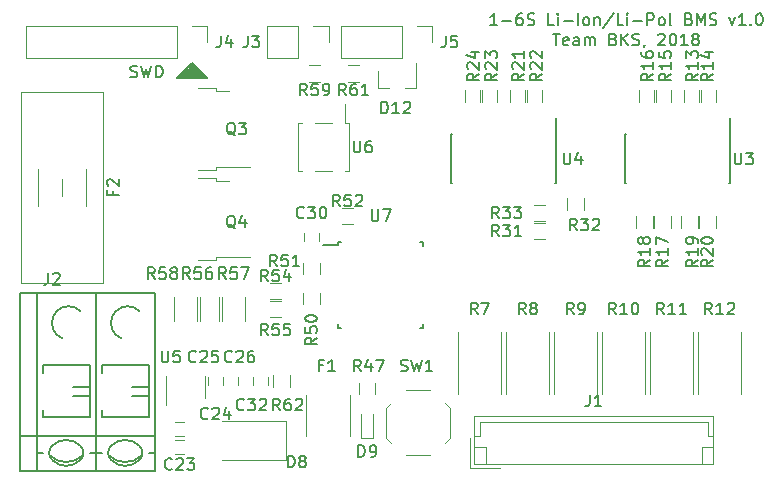
<source format=gbr>
G04 #@! TF.FileFunction,Legend,Top*
%FSLAX46Y46*%
G04 Gerber Fmt 4.6, Leading zero omitted, Abs format (unit mm)*
G04 Created by KiCad (PCBNEW 4.0.7) date 05/04/18 22:28:11*
%MOMM*%
%LPD*%
G01*
G04 APERTURE LIST*
%ADD10C,0.100000*%
%ADD11C,0.200000*%
%ADD12C,0.120000*%
%ADD13C,0.150000*%
G04 APERTURE END LIST*
D10*
D11*
X82773620Y-39480381D02*
X82202191Y-39480381D01*
X82487905Y-39480381D02*
X82487905Y-38480381D01*
X82392667Y-38623238D01*
X82297429Y-38718476D01*
X82202191Y-38766095D01*
X83202191Y-39099429D02*
X83964096Y-39099429D01*
X84868858Y-38480381D02*
X84678381Y-38480381D01*
X84583143Y-38528000D01*
X84535524Y-38575619D01*
X84440286Y-38718476D01*
X84392667Y-38908952D01*
X84392667Y-39289905D01*
X84440286Y-39385143D01*
X84487905Y-39432762D01*
X84583143Y-39480381D01*
X84773620Y-39480381D01*
X84868858Y-39432762D01*
X84916477Y-39385143D01*
X84964096Y-39289905D01*
X84964096Y-39051810D01*
X84916477Y-38956571D01*
X84868858Y-38908952D01*
X84773620Y-38861333D01*
X84583143Y-38861333D01*
X84487905Y-38908952D01*
X84440286Y-38956571D01*
X84392667Y-39051810D01*
X85345048Y-39432762D02*
X85487905Y-39480381D01*
X85726001Y-39480381D01*
X85821239Y-39432762D01*
X85868858Y-39385143D01*
X85916477Y-39289905D01*
X85916477Y-39194667D01*
X85868858Y-39099429D01*
X85821239Y-39051810D01*
X85726001Y-39004190D01*
X85535524Y-38956571D01*
X85440286Y-38908952D01*
X85392667Y-38861333D01*
X85345048Y-38766095D01*
X85345048Y-38670857D01*
X85392667Y-38575619D01*
X85440286Y-38528000D01*
X85535524Y-38480381D01*
X85773620Y-38480381D01*
X85916477Y-38528000D01*
X87583144Y-39480381D02*
X87106953Y-39480381D01*
X87106953Y-38480381D01*
X87916477Y-39480381D02*
X87916477Y-38813714D01*
X87916477Y-38480381D02*
X87868858Y-38528000D01*
X87916477Y-38575619D01*
X87964096Y-38528000D01*
X87916477Y-38480381D01*
X87916477Y-38575619D01*
X88392667Y-39099429D02*
X89154572Y-39099429D01*
X89630762Y-39480381D02*
X89630762Y-38480381D01*
X90249809Y-39480381D02*
X90154571Y-39432762D01*
X90106952Y-39385143D01*
X90059333Y-39289905D01*
X90059333Y-39004190D01*
X90106952Y-38908952D01*
X90154571Y-38861333D01*
X90249809Y-38813714D01*
X90392667Y-38813714D01*
X90487905Y-38861333D01*
X90535524Y-38908952D01*
X90583143Y-39004190D01*
X90583143Y-39289905D01*
X90535524Y-39385143D01*
X90487905Y-39432762D01*
X90392667Y-39480381D01*
X90249809Y-39480381D01*
X91011714Y-38813714D02*
X91011714Y-39480381D01*
X91011714Y-38908952D02*
X91059333Y-38861333D01*
X91154571Y-38813714D01*
X91297429Y-38813714D01*
X91392667Y-38861333D01*
X91440286Y-38956571D01*
X91440286Y-39480381D01*
X92630762Y-38432762D02*
X91773619Y-39718476D01*
X93440286Y-39480381D02*
X92964095Y-39480381D01*
X92964095Y-38480381D01*
X93773619Y-39480381D02*
X93773619Y-38813714D01*
X93773619Y-38480381D02*
X93726000Y-38528000D01*
X93773619Y-38575619D01*
X93821238Y-38528000D01*
X93773619Y-38480381D01*
X93773619Y-38575619D01*
X94249809Y-39099429D02*
X95011714Y-39099429D01*
X95487904Y-39480381D02*
X95487904Y-38480381D01*
X95868857Y-38480381D01*
X95964095Y-38528000D01*
X96011714Y-38575619D01*
X96059333Y-38670857D01*
X96059333Y-38813714D01*
X96011714Y-38908952D01*
X95964095Y-38956571D01*
X95868857Y-39004190D01*
X95487904Y-39004190D01*
X96630761Y-39480381D02*
X96535523Y-39432762D01*
X96487904Y-39385143D01*
X96440285Y-39289905D01*
X96440285Y-39004190D01*
X96487904Y-38908952D01*
X96535523Y-38861333D01*
X96630761Y-38813714D01*
X96773619Y-38813714D01*
X96868857Y-38861333D01*
X96916476Y-38908952D01*
X96964095Y-39004190D01*
X96964095Y-39289905D01*
X96916476Y-39385143D01*
X96868857Y-39432762D01*
X96773619Y-39480381D01*
X96630761Y-39480381D01*
X97535523Y-39480381D02*
X97440285Y-39432762D01*
X97392666Y-39337524D01*
X97392666Y-38480381D01*
X99011715Y-38956571D02*
X99154572Y-39004190D01*
X99202191Y-39051810D01*
X99249810Y-39147048D01*
X99249810Y-39289905D01*
X99202191Y-39385143D01*
X99154572Y-39432762D01*
X99059334Y-39480381D01*
X98678381Y-39480381D01*
X98678381Y-38480381D01*
X99011715Y-38480381D01*
X99106953Y-38528000D01*
X99154572Y-38575619D01*
X99202191Y-38670857D01*
X99202191Y-38766095D01*
X99154572Y-38861333D01*
X99106953Y-38908952D01*
X99011715Y-38956571D01*
X98678381Y-38956571D01*
X99678381Y-39480381D02*
X99678381Y-38480381D01*
X100011715Y-39194667D01*
X100345048Y-38480381D01*
X100345048Y-39480381D01*
X100773619Y-39432762D02*
X100916476Y-39480381D01*
X101154572Y-39480381D01*
X101249810Y-39432762D01*
X101297429Y-39385143D01*
X101345048Y-39289905D01*
X101345048Y-39194667D01*
X101297429Y-39099429D01*
X101249810Y-39051810D01*
X101154572Y-39004190D01*
X100964095Y-38956571D01*
X100868857Y-38908952D01*
X100821238Y-38861333D01*
X100773619Y-38766095D01*
X100773619Y-38670857D01*
X100821238Y-38575619D01*
X100868857Y-38528000D01*
X100964095Y-38480381D01*
X101202191Y-38480381D01*
X101345048Y-38528000D01*
X102440286Y-38813714D02*
X102678381Y-39480381D01*
X102916477Y-38813714D01*
X103821239Y-39480381D02*
X103249810Y-39480381D01*
X103535524Y-39480381D02*
X103535524Y-38480381D01*
X103440286Y-38623238D01*
X103345048Y-38718476D01*
X103249810Y-38766095D01*
X104249810Y-39385143D02*
X104297429Y-39432762D01*
X104249810Y-39480381D01*
X104202191Y-39432762D01*
X104249810Y-39385143D01*
X104249810Y-39480381D01*
X104916476Y-38480381D02*
X105011715Y-38480381D01*
X105106953Y-38528000D01*
X105154572Y-38575619D01*
X105202191Y-38670857D01*
X105249810Y-38861333D01*
X105249810Y-39099429D01*
X105202191Y-39289905D01*
X105154572Y-39385143D01*
X105106953Y-39432762D01*
X105011715Y-39480381D01*
X104916476Y-39480381D01*
X104821238Y-39432762D01*
X104773619Y-39385143D01*
X104726000Y-39289905D01*
X104678381Y-39099429D01*
X104678381Y-38861333D01*
X104726000Y-38670857D01*
X104773619Y-38575619D01*
X104821238Y-38528000D01*
X104916476Y-38480381D01*
X87511714Y-40180381D02*
X88083143Y-40180381D01*
X87797428Y-41180381D02*
X87797428Y-40180381D01*
X88797429Y-41132762D02*
X88702191Y-41180381D01*
X88511714Y-41180381D01*
X88416476Y-41132762D01*
X88368857Y-41037524D01*
X88368857Y-40656571D01*
X88416476Y-40561333D01*
X88511714Y-40513714D01*
X88702191Y-40513714D01*
X88797429Y-40561333D01*
X88845048Y-40656571D01*
X88845048Y-40751810D01*
X88368857Y-40847048D01*
X89702191Y-41180381D02*
X89702191Y-40656571D01*
X89654572Y-40561333D01*
X89559334Y-40513714D01*
X89368857Y-40513714D01*
X89273619Y-40561333D01*
X89702191Y-41132762D02*
X89606953Y-41180381D01*
X89368857Y-41180381D01*
X89273619Y-41132762D01*
X89226000Y-41037524D01*
X89226000Y-40942286D01*
X89273619Y-40847048D01*
X89368857Y-40799429D01*
X89606953Y-40799429D01*
X89702191Y-40751810D01*
X90178381Y-41180381D02*
X90178381Y-40513714D01*
X90178381Y-40608952D02*
X90226000Y-40561333D01*
X90321238Y-40513714D01*
X90464096Y-40513714D01*
X90559334Y-40561333D01*
X90606953Y-40656571D01*
X90606953Y-41180381D01*
X90606953Y-40656571D02*
X90654572Y-40561333D01*
X90749810Y-40513714D01*
X90892667Y-40513714D01*
X90987905Y-40561333D01*
X91035524Y-40656571D01*
X91035524Y-41180381D01*
X92606953Y-40656571D02*
X92749810Y-40704190D01*
X92797429Y-40751810D01*
X92845048Y-40847048D01*
X92845048Y-40989905D01*
X92797429Y-41085143D01*
X92749810Y-41132762D01*
X92654572Y-41180381D01*
X92273619Y-41180381D01*
X92273619Y-40180381D01*
X92606953Y-40180381D01*
X92702191Y-40228000D01*
X92749810Y-40275619D01*
X92797429Y-40370857D01*
X92797429Y-40466095D01*
X92749810Y-40561333D01*
X92702191Y-40608952D01*
X92606953Y-40656571D01*
X92273619Y-40656571D01*
X93273619Y-41180381D02*
X93273619Y-40180381D01*
X93845048Y-41180381D02*
X93416476Y-40608952D01*
X93845048Y-40180381D02*
X93273619Y-40751810D01*
X94226000Y-41132762D02*
X94368857Y-41180381D01*
X94606953Y-41180381D01*
X94702191Y-41132762D01*
X94749810Y-41085143D01*
X94797429Y-40989905D01*
X94797429Y-40894667D01*
X94749810Y-40799429D01*
X94702191Y-40751810D01*
X94606953Y-40704190D01*
X94416476Y-40656571D01*
X94321238Y-40608952D01*
X94273619Y-40561333D01*
X94226000Y-40466095D01*
X94226000Y-40370857D01*
X94273619Y-40275619D01*
X94321238Y-40228000D01*
X94416476Y-40180381D01*
X94654572Y-40180381D01*
X94797429Y-40228000D01*
X95273619Y-41132762D02*
X95273619Y-41180381D01*
X95226000Y-41275619D01*
X95178381Y-41323238D01*
X96416476Y-40275619D02*
X96464095Y-40228000D01*
X96559333Y-40180381D01*
X96797429Y-40180381D01*
X96892667Y-40228000D01*
X96940286Y-40275619D01*
X96987905Y-40370857D01*
X96987905Y-40466095D01*
X96940286Y-40608952D01*
X96368857Y-41180381D01*
X96987905Y-41180381D01*
X97606952Y-40180381D02*
X97702191Y-40180381D01*
X97797429Y-40228000D01*
X97845048Y-40275619D01*
X97892667Y-40370857D01*
X97940286Y-40561333D01*
X97940286Y-40799429D01*
X97892667Y-40989905D01*
X97845048Y-41085143D01*
X97797429Y-41132762D01*
X97702191Y-41180381D01*
X97606952Y-41180381D01*
X97511714Y-41132762D01*
X97464095Y-41085143D01*
X97416476Y-40989905D01*
X97368857Y-40799429D01*
X97368857Y-40561333D01*
X97416476Y-40370857D01*
X97464095Y-40275619D01*
X97511714Y-40228000D01*
X97606952Y-40180381D01*
X98892667Y-41180381D02*
X98321238Y-41180381D01*
X98606952Y-41180381D02*
X98606952Y-40180381D01*
X98511714Y-40323238D01*
X98416476Y-40418476D01*
X98321238Y-40466095D01*
X99464095Y-40608952D02*
X99368857Y-40561333D01*
X99321238Y-40513714D01*
X99273619Y-40418476D01*
X99273619Y-40370857D01*
X99321238Y-40275619D01*
X99368857Y-40228000D01*
X99464095Y-40180381D01*
X99654572Y-40180381D01*
X99749810Y-40228000D01*
X99797429Y-40275619D01*
X99845048Y-40370857D01*
X99845048Y-40418476D01*
X99797429Y-40513714D01*
X99749810Y-40561333D01*
X99654572Y-40608952D01*
X99464095Y-40608952D01*
X99368857Y-40656571D01*
X99321238Y-40704190D01*
X99273619Y-40799429D01*
X99273619Y-40989905D01*
X99321238Y-41085143D01*
X99368857Y-41132762D01*
X99464095Y-41180381D01*
X99654572Y-41180381D01*
X99749810Y-41132762D01*
X99797429Y-41085143D01*
X99845048Y-40989905D01*
X99845048Y-40799429D01*
X99797429Y-40704190D01*
X99749810Y-40656571D01*
X99654572Y-40608952D01*
X51728857Y-43838762D02*
X51871714Y-43886381D01*
X52109810Y-43886381D01*
X52205048Y-43838762D01*
X52252667Y-43791143D01*
X52300286Y-43695905D01*
X52300286Y-43600667D01*
X52252667Y-43505429D01*
X52205048Y-43457810D01*
X52109810Y-43410190D01*
X51919333Y-43362571D01*
X51824095Y-43314952D01*
X51776476Y-43267333D01*
X51728857Y-43172095D01*
X51728857Y-43076857D01*
X51776476Y-42981619D01*
X51824095Y-42934000D01*
X51919333Y-42886381D01*
X52157429Y-42886381D01*
X52300286Y-42934000D01*
X52633619Y-42886381D02*
X52871714Y-43886381D01*
X53062191Y-43172095D01*
X53252667Y-43886381D01*
X53490762Y-42886381D01*
X53871714Y-43886381D02*
X53871714Y-42886381D01*
X54109809Y-42886381D01*
X54252667Y-42934000D01*
X54347905Y-43029238D01*
X54395524Y-43124476D01*
X54443143Y-43314952D01*
X54443143Y-43457810D01*
X54395524Y-43648286D01*
X54347905Y-43743524D01*
X54252667Y-43838762D01*
X54109809Y-43886381D01*
X53871714Y-43886381D01*
X56642000Y-42926000D02*
X56896000Y-42926000D01*
X56134000Y-43942000D02*
X55880000Y-43688000D01*
X56388000Y-43942000D02*
X56134000Y-43942000D01*
X56134000Y-43688000D02*
X56388000Y-43942000D01*
X56134000Y-43434000D02*
X56134000Y-43688000D01*
X56642000Y-43942000D02*
X56134000Y-43434000D01*
X56896000Y-43942000D02*
X56642000Y-43942000D01*
X56388000Y-43434000D02*
X56896000Y-43942000D01*
X56642000Y-43180000D02*
X56388000Y-43434000D01*
X57404000Y-43942000D02*
X56642000Y-43180000D01*
X57150000Y-43942000D02*
X57404000Y-43942000D01*
X56388000Y-43180000D02*
X57150000Y-43942000D01*
X56642000Y-42926000D02*
X56388000Y-43180000D01*
X57658000Y-43942000D02*
X56642000Y-42926000D01*
X57912000Y-43942000D02*
X57658000Y-43942000D01*
X56896000Y-42926000D02*
X57912000Y-43942000D01*
X56896000Y-42672000D02*
X56896000Y-42926000D01*
X58166000Y-43942000D02*
X56896000Y-42672000D01*
X55626000Y-43942000D02*
X58166000Y-43942000D01*
X56896000Y-42672000D02*
X55626000Y-43942000D01*
D12*
X55530000Y-74584000D02*
X56230000Y-74584000D01*
X56230000Y-75784000D02*
X55530000Y-75784000D01*
X56230000Y-74260000D02*
X55530000Y-74260000D01*
X55530000Y-73060000D02*
X56230000Y-73060000D01*
X59528000Y-69246000D02*
X59528000Y-69946000D01*
X58328000Y-69946000D02*
X58328000Y-69246000D01*
X59598000Y-69946000D02*
X59598000Y-69246000D01*
X60798000Y-69246000D02*
X60798000Y-69946000D01*
X67656000Y-57054000D02*
X67656000Y-57754000D01*
X66456000Y-57754000D02*
X66456000Y-57054000D01*
X62138000Y-69946000D02*
X62138000Y-69246000D01*
X63338000Y-69246000D02*
X63338000Y-69946000D01*
X64868000Y-76326000D02*
X64868000Y-73026000D01*
X64868000Y-73026000D02*
X59468000Y-73026000D01*
X64868000Y-76326000D02*
X59468000Y-76326000D01*
X71255000Y-74452000D02*
X72255000Y-74452000D01*
X72255000Y-74452000D02*
X72255000Y-72352000D01*
X71255000Y-74452000D02*
X71255000Y-72352000D01*
X72715000Y-44829000D02*
X73645000Y-44829000D01*
X75875000Y-44829000D02*
X74945000Y-44829000D01*
X75875000Y-44829000D02*
X75875000Y-42669000D01*
X72715000Y-44829000D02*
X72715000Y-43369000D01*
X70333000Y-74247000D02*
X70333000Y-70787000D01*
X66573000Y-74247000D02*
X66573000Y-70787000D01*
X49395000Y-45120000D02*
X42455000Y-45120000D01*
X42455000Y-45120000D02*
X42455000Y-61320000D01*
X42455000Y-61320000D02*
X49395000Y-61320000D01*
X49395000Y-61320000D02*
X49395000Y-45120000D01*
X45925000Y-52470000D02*
X45925000Y-53970000D01*
X43925000Y-54820000D02*
X43925000Y-51620000D01*
X47925000Y-51620000D02*
X47925000Y-54820000D01*
X80789000Y-72545000D02*
X80789000Y-76645000D01*
X80789000Y-76645000D02*
X101089000Y-76645000D01*
X101089000Y-76645000D02*
X101089000Y-72545000D01*
X101089000Y-72545000D02*
X80789000Y-72545000D01*
X80789000Y-74295000D02*
X81289000Y-74295000D01*
X81289000Y-74295000D02*
X81289000Y-73045000D01*
X81289000Y-73045000D02*
X100589000Y-73045000D01*
X100589000Y-73045000D02*
X100589000Y-74295000D01*
X100589000Y-74295000D02*
X101089000Y-74295000D01*
X80789000Y-75145000D02*
X81789000Y-75145000D01*
X81789000Y-75145000D02*
X81789000Y-76645000D01*
X101089000Y-75145000D02*
X100089000Y-75145000D01*
X100089000Y-75145000D02*
X100089000Y-76645000D01*
X80489000Y-74445000D02*
X80489000Y-76945000D01*
X80489000Y-76945000D02*
X82989000Y-76945000D01*
D13*
X48835000Y-74285000D02*
X53835000Y-74285000D01*
X53834040Y-62184280D02*
X48835320Y-62184280D01*
X53834040Y-77185520D02*
X48835320Y-77185520D01*
X53834040Y-62184280D02*
X53834040Y-77185520D01*
X48835320Y-75684380D02*
X49335700Y-75684380D01*
X53834040Y-75684380D02*
X53336200Y-75684380D01*
X49284900Y-72684640D02*
X49284900Y-72085200D01*
X53285400Y-72684640D02*
X49284900Y-72684640D01*
X53285400Y-68285360D02*
X53285400Y-72684640D01*
X49284900Y-68285360D02*
X53285400Y-68285360D01*
X49284900Y-68285360D02*
X49284900Y-68884800D01*
X53285400Y-70086220D02*
X51885860Y-70086220D01*
X53285400Y-70883780D02*
X51885860Y-70883780D01*
X52485300Y-63685420D02*
G75*
G03X50483780Y-63685420I-1000760J-1000760D01*
G01*
X50486320Y-63685420D02*
G75*
G03X50483780Y-65684400I998220J-1000760D01*
G01*
X52482760Y-75087480D02*
G75*
G03X50085000Y-75087480I-1198880J-1198880D01*
G01*
X50085000Y-76286360D02*
G75*
G03X52485300Y-76283820I1198880J1201420D01*
G01*
X50085000Y-75084940D02*
G75*
G03X50085000Y-76283820I599440J-599440D01*
G01*
X52485300Y-76286360D02*
G75*
G03X52487840Y-75084940I-599440J601980D01*
G01*
X49884340Y-75887580D02*
G75*
G03X52685960Y-75885040I1399540J1402080D01*
G01*
X50186600Y-64137540D02*
G75*
G03X50935900Y-65984120I1297940J-548640D01*
G01*
X48835000Y-74285000D02*
X42335000Y-74285000D01*
X43835000Y-77185000D02*
X42335000Y-77185000D01*
X42335000Y-77185000D02*
X42335000Y-62185000D01*
X42335000Y-62185000D02*
X43835000Y-62185000D01*
X45186600Y-64137540D02*
G75*
G03X45935900Y-65984120I1297940J-548640D01*
G01*
X44884340Y-75887580D02*
G75*
G03X47685960Y-75885040I1399540J1402080D01*
G01*
X47485300Y-76286360D02*
G75*
G03X47487840Y-75084940I-599440J601980D01*
G01*
X45085000Y-75084940D02*
G75*
G03X45085000Y-76283820I599440J-599440D01*
G01*
X45085000Y-76286360D02*
G75*
G03X47485300Y-76283820I1198880J1201420D01*
G01*
X47482760Y-75087480D02*
G75*
G03X45085000Y-75087480I-1198880J-1198880D01*
G01*
X45486320Y-63685420D02*
G75*
G03X45483780Y-65684400I998220J-1000760D01*
G01*
X47485300Y-63685420D02*
G75*
G03X45483780Y-63685420I-1000760J-1000760D01*
G01*
X48285400Y-70883780D02*
X46885860Y-70883780D01*
X48285400Y-70086220D02*
X46885860Y-70086220D01*
X44284900Y-68285360D02*
X44284900Y-68884800D01*
X44284900Y-68285360D02*
X48285400Y-68285360D01*
X48285400Y-68285360D02*
X48285400Y-72684640D01*
X48285400Y-72684640D02*
X44284900Y-72684640D01*
X44284900Y-72684640D02*
X44284900Y-72085200D01*
X48834040Y-75684380D02*
X48336200Y-75684380D01*
X43835320Y-75684380D02*
X44335700Y-75684380D01*
X48834040Y-62184280D02*
X48834040Y-77185520D01*
X48834040Y-77185520D02*
X43835320Y-77185520D01*
X43835320Y-77185520D02*
X43835320Y-62184280D01*
X48834040Y-62184280D02*
X43835320Y-62184280D01*
D12*
X63313000Y-39564000D02*
X63313000Y-42224000D01*
X65913000Y-39564000D02*
X63313000Y-39564000D01*
X65913000Y-42224000D02*
X63313000Y-42224000D01*
X65913000Y-39564000D02*
X65913000Y-42224000D01*
X67183000Y-39564000D02*
X68513000Y-39564000D01*
X68513000Y-39564000D02*
X68513000Y-40894000D01*
X42866000Y-39564000D02*
X42866000Y-42224000D01*
X55626000Y-39564000D02*
X42866000Y-39564000D01*
X55626000Y-42224000D02*
X42866000Y-42224000D01*
X55626000Y-39564000D02*
X55626000Y-42224000D01*
X56896000Y-39564000D02*
X58226000Y-39564000D01*
X58226000Y-39564000D02*
X58226000Y-40894000D01*
X69536000Y-39564000D02*
X69536000Y-42224000D01*
X74676000Y-39564000D02*
X69536000Y-39564000D01*
X74676000Y-42224000D02*
X69536000Y-42224000D01*
X74676000Y-39564000D02*
X74676000Y-42224000D01*
X75946000Y-39564000D02*
X77276000Y-39564000D01*
X77276000Y-39564000D02*
X77276000Y-40894000D01*
X57485000Y-51710000D02*
X58985000Y-51710000D01*
X58985000Y-51710000D02*
X58985000Y-51440000D01*
X58985000Y-51440000D02*
X61815000Y-51440000D01*
X57485000Y-44810000D02*
X58985000Y-44810000D01*
X58985000Y-44810000D02*
X58985000Y-45080000D01*
X58985000Y-45080000D02*
X60085000Y-45080000D01*
X57485000Y-59330000D02*
X58985000Y-59330000D01*
X58985000Y-59330000D02*
X58985000Y-59060000D01*
X58985000Y-59060000D02*
X61815000Y-59060000D01*
X57485000Y-52430000D02*
X58985000Y-52430000D01*
X58985000Y-52430000D02*
X58985000Y-52700000D01*
X58985000Y-52700000D02*
X60085000Y-52700000D01*
X83100000Y-65472000D02*
X83100000Y-70672000D01*
X79460000Y-70672000D02*
X79460000Y-65472000D01*
X87164000Y-65472000D02*
X87164000Y-70672000D01*
X83524000Y-70672000D02*
X83524000Y-65472000D01*
X91228000Y-65472000D02*
X91228000Y-70672000D01*
X87588000Y-70672000D02*
X87588000Y-65472000D01*
X95292000Y-65472000D02*
X95292000Y-70672000D01*
X91652000Y-70672000D02*
X91652000Y-65472000D01*
X99356000Y-65472000D02*
X99356000Y-70672000D01*
X95716000Y-70672000D02*
X95716000Y-65472000D01*
X103420000Y-65472000D02*
X103420000Y-70672000D01*
X99780000Y-70672000D02*
X99780000Y-65472000D01*
X99994000Y-44966000D02*
X99994000Y-45966000D01*
X98634000Y-45966000D02*
X98634000Y-44966000D01*
X101264000Y-44966000D02*
X101264000Y-45966000D01*
X99904000Y-45966000D02*
X99904000Y-44966000D01*
X97454000Y-44966000D02*
X97454000Y-45966000D01*
X96094000Y-45966000D02*
X96094000Y-44966000D01*
X96184000Y-44966000D02*
X96184000Y-45966000D01*
X94824000Y-45966000D02*
X94824000Y-44966000D01*
X96094000Y-56634000D02*
X96094000Y-55634000D01*
X97454000Y-55634000D02*
X97454000Y-56634000D01*
X94570000Y-56634000D02*
X94570000Y-55634000D01*
X95930000Y-55634000D02*
X95930000Y-56634000D01*
X98380000Y-56634000D02*
X98380000Y-55634000D01*
X99740000Y-55634000D02*
X99740000Y-56634000D01*
X99904000Y-56634000D02*
X99904000Y-55634000D01*
X101264000Y-55634000D02*
X101264000Y-56634000D01*
X85262000Y-44966000D02*
X85262000Y-45966000D01*
X83902000Y-45966000D02*
X83902000Y-44966000D01*
X86532000Y-44966000D02*
X86532000Y-45966000D01*
X85172000Y-45966000D02*
X85172000Y-44966000D01*
X82722000Y-44966000D02*
X82722000Y-45966000D01*
X81362000Y-45966000D02*
X81362000Y-44966000D01*
X81452000Y-44966000D02*
X81452000Y-45966000D01*
X80092000Y-45966000D02*
X80092000Y-44966000D01*
X86860000Y-57576000D02*
X85860000Y-57576000D01*
X85860000Y-56216000D02*
X86860000Y-56216000D01*
X90088000Y-54110000D02*
X90088000Y-55110000D01*
X88728000Y-55110000D02*
X88728000Y-54110000D01*
X85860000Y-54692000D02*
X86860000Y-54692000D01*
X86860000Y-56052000D02*
X85860000Y-56052000D01*
X71075000Y-70731000D02*
X71075000Y-69731000D01*
X72435000Y-69731000D02*
X72435000Y-70731000D01*
X67736000Y-62111000D02*
X67736000Y-63111000D01*
X66376000Y-63111000D02*
X66376000Y-62111000D01*
X66376000Y-60571000D02*
X66376000Y-59571000D01*
X67736000Y-59571000D02*
X67736000Y-60571000D01*
X69604000Y-54946000D02*
X70604000Y-54946000D01*
X70604000Y-56306000D02*
X69604000Y-56306000D01*
X63508000Y-61296000D02*
X64508000Y-61296000D01*
X64508000Y-62656000D02*
X63508000Y-62656000D01*
X63508000Y-62820000D02*
X64508000Y-62820000D01*
X64508000Y-64180000D02*
X63508000Y-64180000D01*
X59490000Y-62500000D02*
X59490000Y-64500000D01*
X57350000Y-64500000D02*
X57350000Y-62500000D01*
X61395000Y-62500000D02*
X61395000Y-64500000D01*
X59255000Y-64500000D02*
X59255000Y-62500000D01*
X57585000Y-62500000D02*
X57585000Y-64500000D01*
X55445000Y-64500000D02*
X55445000Y-62500000D01*
X67810000Y-44241000D02*
X66810000Y-44241000D01*
X66810000Y-42881000D02*
X67810000Y-42881000D01*
X71112000Y-44241000D02*
X70112000Y-44241000D01*
X70112000Y-42881000D02*
X71112000Y-42881000D01*
X65196000Y-69096000D02*
X65196000Y-70096000D01*
X63836000Y-70096000D02*
X63836000Y-69096000D01*
X78373000Y-74852000D02*
X78823000Y-74402000D01*
X78373000Y-71452000D02*
X78823000Y-71902000D01*
X73773000Y-71452000D02*
X73323000Y-71902000D01*
X73773000Y-74852000D02*
X73323000Y-74402000D01*
X75073000Y-70402000D02*
X77073000Y-70402000D01*
X78823000Y-74402000D02*
X78823000Y-71902000D01*
X75073000Y-75902000D02*
X77073000Y-75902000D01*
X73323000Y-74402000D02*
X73323000Y-71902000D01*
D13*
X102494000Y-48725000D02*
X102469000Y-48725000D01*
X102494000Y-52875000D02*
X102379000Y-52875000D01*
X93594000Y-52875000D02*
X93709000Y-52875000D01*
X93594000Y-48725000D02*
X93709000Y-48725000D01*
X102494000Y-48725000D02*
X102494000Y-52875000D01*
X93594000Y-48725000D02*
X93594000Y-52875000D01*
X102469000Y-48725000D02*
X102469000Y-47350000D01*
X87762000Y-48725000D02*
X87737000Y-48725000D01*
X87762000Y-52875000D02*
X87647000Y-52875000D01*
X78862000Y-52875000D02*
X78977000Y-52875000D01*
X78862000Y-48725000D02*
X78977000Y-48725000D01*
X87762000Y-48725000D02*
X87762000Y-52875000D01*
X78862000Y-48725000D02*
X78862000Y-52875000D01*
X87737000Y-48725000D02*
X87737000Y-47350000D01*
D12*
X57998000Y-71004000D02*
X57998000Y-69204000D01*
X54778000Y-69204000D02*
X54778000Y-71654000D01*
X65922000Y-51784000D02*
X66272000Y-51784000D01*
X65922000Y-47784000D02*
X65922000Y-51784000D01*
X66272000Y-47784000D02*
X65922000Y-47784000D01*
X69872000Y-47784000D02*
X69872000Y-46184000D01*
X70222000Y-51784000D02*
X69872000Y-51784000D01*
X70222000Y-47784000D02*
X70222000Y-51784000D01*
X69872000Y-47784000D02*
X70222000Y-47784000D01*
X67322000Y-47784000D02*
X68822000Y-47784000D01*
X67322000Y-51784000D02*
X68822000Y-51784000D01*
D13*
X69273000Y-57843000D02*
X69273000Y-58068000D01*
X76523000Y-57843000D02*
X76523000Y-58143000D01*
X76523000Y-65093000D02*
X76523000Y-64793000D01*
X69273000Y-65093000D02*
X69273000Y-64793000D01*
X69273000Y-57843000D02*
X69573000Y-57843000D01*
X69273000Y-65093000D02*
X69573000Y-65093000D01*
X76523000Y-65093000D02*
X76223000Y-65093000D01*
X76523000Y-57843000D02*
X76223000Y-57843000D01*
X69273000Y-58068000D02*
X68048000Y-58068000D01*
X55237143Y-77041143D02*
X55189524Y-77088762D01*
X55046667Y-77136381D01*
X54951429Y-77136381D01*
X54808571Y-77088762D01*
X54713333Y-76993524D01*
X54665714Y-76898286D01*
X54618095Y-76707810D01*
X54618095Y-76564952D01*
X54665714Y-76374476D01*
X54713333Y-76279238D01*
X54808571Y-76184000D01*
X54951429Y-76136381D01*
X55046667Y-76136381D01*
X55189524Y-76184000D01*
X55237143Y-76231619D01*
X55618095Y-76231619D02*
X55665714Y-76184000D01*
X55760952Y-76136381D01*
X55999048Y-76136381D01*
X56094286Y-76184000D01*
X56141905Y-76231619D01*
X56189524Y-76326857D01*
X56189524Y-76422095D01*
X56141905Y-76564952D01*
X55570476Y-77136381D01*
X56189524Y-77136381D01*
X56522857Y-76136381D02*
X57141905Y-76136381D01*
X56808571Y-76517333D01*
X56951429Y-76517333D01*
X57046667Y-76564952D01*
X57094286Y-76612571D01*
X57141905Y-76707810D01*
X57141905Y-76945905D01*
X57094286Y-77041143D01*
X57046667Y-77088762D01*
X56951429Y-77136381D01*
X56665714Y-77136381D01*
X56570476Y-77088762D01*
X56522857Y-77041143D01*
X58285143Y-72747143D02*
X58237524Y-72794762D01*
X58094667Y-72842381D01*
X57999429Y-72842381D01*
X57856571Y-72794762D01*
X57761333Y-72699524D01*
X57713714Y-72604286D01*
X57666095Y-72413810D01*
X57666095Y-72270952D01*
X57713714Y-72080476D01*
X57761333Y-71985238D01*
X57856571Y-71890000D01*
X57999429Y-71842381D01*
X58094667Y-71842381D01*
X58237524Y-71890000D01*
X58285143Y-71937619D01*
X58666095Y-71937619D02*
X58713714Y-71890000D01*
X58808952Y-71842381D01*
X59047048Y-71842381D01*
X59142286Y-71890000D01*
X59189905Y-71937619D01*
X59237524Y-72032857D01*
X59237524Y-72128095D01*
X59189905Y-72270952D01*
X58618476Y-72842381D01*
X59237524Y-72842381D01*
X60094667Y-72175714D02*
X60094667Y-72842381D01*
X59856571Y-71794762D02*
X59618476Y-72509048D01*
X60237524Y-72509048D01*
X57269143Y-67921143D02*
X57221524Y-67968762D01*
X57078667Y-68016381D01*
X56983429Y-68016381D01*
X56840571Y-67968762D01*
X56745333Y-67873524D01*
X56697714Y-67778286D01*
X56650095Y-67587810D01*
X56650095Y-67444952D01*
X56697714Y-67254476D01*
X56745333Y-67159238D01*
X56840571Y-67064000D01*
X56983429Y-67016381D01*
X57078667Y-67016381D01*
X57221524Y-67064000D01*
X57269143Y-67111619D01*
X57650095Y-67111619D02*
X57697714Y-67064000D01*
X57792952Y-67016381D01*
X58031048Y-67016381D01*
X58126286Y-67064000D01*
X58173905Y-67111619D01*
X58221524Y-67206857D01*
X58221524Y-67302095D01*
X58173905Y-67444952D01*
X57602476Y-68016381D01*
X58221524Y-68016381D01*
X59126286Y-67016381D02*
X58650095Y-67016381D01*
X58602476Y-67492571D01*
X58650095Y-67444952D01*
X58745333Y-67397333D01*
X58983429Y-67397333D01*
X59078667Y-67444952D01*
X59126286Y-67492571D01*
X59173905Y-67587810D01*
X59173905Y-67825905D01*
X59126286Y-67921143D01*
X59078667Y-67968762D01*
X58983429Y-68016381D01*
X58745333Y-68016381D01*
X58650095Y-67968762D01*
X58602476Y-67921143D01*
X60317143Y-67921143D02*
X60269524Y-67968762D01*
X60126667Y-68016381D01*
X60031429Y-68016381D01*
X59888571Y-67968762D01*
X59793333Y-67873524D01*
X59745714Y-67778286D01*
X59698095Y-67587810D01*
X59698095Y-67444952D01*
X59745714Y-67254476D01*
X59793333Y-67159238D01*
X59888571Y-67064000D01*
X60031429Y-67016381D01*
X60126667Y-67016381D01*
X60269524Y-67064000D01*
X60317143Y-67111619D01*
X60698095Y-67111619D02*
X60745714Y-67064000D01*
X60840952Y-67016381D01*
X61079048Y-67016381D01*
X61174286Y-67064000D01*
X61221905Y-67111619D01*
X61269524Y-67206857D01*
X61269524Y-67302095D01*
X61221905Y-67444952D01*
X60650476Y-68016381D01*
X61269524Y-68016381D01*
X62126667Y-67016381D02*
X61936190Y-67016381D01*
X61840952Y-67064000D01*
X61793333Y-67111619D01*
X61698095Y-67254476D01*
X61650476Y-67444952D01*
X61650476Y-67825905D01*
X61698095Y-67921143D01*
X61745714Y-67968762D01*
X61840952Y-68016381D01*
X62031429Y-68016381D01*
X62126667Y-67968762D01*
X62174286Y-67921143D01*
X62221905Y-67825905D01*
X62221905Y-67587810D01*
X62174286Y-67492571D01*
X62126667Y-67444952D01*
X62031429Y-67397333D01*
X61840952Y-67397333D01*
X61745714Y-67444952D01*
X61698095Y-67492571D01*
X61650476Y-67587810D01*
X66413143Y-55729143D02*
X66365524Y-55776762D01*
X66222667Y-55824381D01*
X66127429Y-55824381D01*
X65984571Y-55776762D01*
X65889333Y-55681524D01*
X65841714Y-55586286D01*
X65794095Y-55395810D01*
X65794095Y-55252952D01*
X65841714Y-55062476D01*
X65889333Y-54967238D01*
X65984571Y-54872000D01*
X66127429Y-54824381D01*
X66222667Y-54824381D01*
X66365524Y-54872000D01*
X66413143Y-54919619D01*
X66746476Y-54824381D02*
X67365524Y-54824381D01*
X67032190Y-55205333D01*
X67175048Y-55205333D01*
X67270286Y-55252952D01*
X67317905Y-55300571D01*
X67365524Y-55395810D01*
X67365524Y-55633905D01*
X67317905Y-55729143D01*
X67270286Y-55776762D01*
X67175048Y-55824381D01*
X66889333Y-55824381D01*
X66794095Y-55776762D01*
X66746476Y-55729143D01*
X67984571Y-54824381D02*
X68079810Y-54824381D01*
X68175048Y-54872000D01*
X68222667Y-54919619D01*
X68270286Y-55014857D01*
X68317905Y-55205333D01*
X68317905Y-55443429D01*
X68270286Y-55633905D01*
X68222667Y-55729143D01*
X68175048Y-55776762D01*
X68079810Y-55824381D01*
X67984571Y-55824381D01*
X67889333Y-55776762D01*
X67841714Y-55729143D01*
X67794095Y-55633905D01*
X67746476Y-55443429D01*
X67746476Y-55205333D01*
X67794095Y-55014857D01*
X67841714Y-54919619D01*
X67889333Y-54872000D01*
X67984571Y-54824381D01*
X61333143Y-71985143D02*
X61285524Y-72032762D01*
X61142667Y-72080381D01*
X61047429Y-72080381D01*
X60904571Y-72032762D01*
X60809333Y-71937524D01*
X60761714Y-71842286D01*
X60714095Y-71651810D01*
X60714095Y-71508952D01*
X60761714Y-71318476D01*
X60809333Y-71223238D01*
X60904571Y-71128000D01*
X61047429Y-71080381D01*
X61142667Y-71080381D01*
X61285524Y-71128000D01*
X61333143Y-71175619D01*
X61666476Y-71080381D02*
X62285524Y-71080381D01*
X61952190Y-71461333D01*
X62095048Y-71461333D01*
X62190286Y-71508952D01*
X62237905Y-71556571D01*
X62285524Y-71651810D01*
X62285524Y-71889905D01*
X62237905Y-71985143D01*
X62190286Y-72032762D01*
X62095048Y-72080381D01*
X61809333Y-72080381D01*
X61714095Y-72032762D01*
X61666476Y-71985143D01*
X62666476Y-71175619D02*
X62714095Y-71128000D01*
X62809333Y-71080381D01*
X63047429Y-71080381D01*
X63142667Y-71128000D01*
X63190286Y-71175619D01*
X63237905Y-71270857D01*
X63237905Y-71366095D01*
X63190286Y-71508952D01*
X62618857Y-72080381D01*
X63237905Y-72080381D01*
X65047905Y-76906381D02*
X65047905Y-75906381D01*
X65286000Y-75906381D01*
X65428858Y-75954000D01*
X65524096Y-76049238D01*
X65571715Y-76144476D01*
X65619334Y-76334952D01*
X65619334Y-76477810D01*
X65571715Y-76668286D01*
X65524096Y-76763524D01*
X65428858Y-76858762D01*
X65286000Y-76906381D01*
X65047905Y-76906381D01*
X66190762Y-76334952D02*
X66095524Y-76287333D01*
X66047905Y-76239714D01*
X66000286Y-76144476D01*
X66000286Y-76096857D01*
X66047905Y-76001619D01*
X66095524Y-75954000D01*
X66190762Y-75906381D01*
X66381239Y-75906381D01*
X66476477Y-75954000D01*
X66524096Y-76001619D01*
X66571715Y-76096857D01*
X66571715Y-76144476D01*
X66524096Y-76239714D01*
X66476477Y-76287333D01*
X66381239Y-76334952D01*
X66190762Y-76334952D01*
X66095524Y-76382571D01*
X66047905Y-76430190D01*
X66000286Y-76525429D01*
X66000286Y-76715905D01*
X66047905Y-76811143D01*
X66095524Y-76858762D01*
X66190762Y-76906381D01*
X66381239Y-76906381D01*
X66476477Y-76858762D01*
X66524096Y-76811143D01*
X66571715Y-76715905D01*
X66571715Y-76525429D01*
X66524096Y-76430190D01*
X66476477Y-76382571D01*
X66381239Y-76334952D01*
X71016905Y-76017381D02*
X71016905Y-75017381D01*
X71255000Y-75017381D01*
X71397858Y-75065000D01*
X71493096Y-75160238D01*
X71540715Y-75255476D01*
X71588334Y-75445952D01*
X71588334Y-75588810D01*
X71540715Y-75779286D01*
X71493096Y-75874524D01*
X71397858Y-75969762D01*
X71255000Y-76017381D01*
X71016905Y-76017381D01*
X72064524Y-76017381D02*
X72255000Y-76017381D01*
X72350239Y-75969762D01*
X72397858Y-75922143D01*
X72493096Y-75779286D01*
X72540715Y-75588810D01*
X72540715Y-75207857D01*
X72493096Y-75112619D01*
X72445477Y-75065000D01*
X72350239Y-75017381D01*
X72159762Y-75017381D01*
X72064524Y-75065000D01*
X72016905Y-75112619D01*
X71969286Y-75207857D01*
X71969286Y-75445952D01*
X72016905Y-75541190D01*
X72064524Y-75588810D01*
X72159762Y-75636429D01*
X72350239Y-75636429D01*
X72445477Y-75588810D01*
X72493096Y-75541190D01*
X72540715Y-75445952D01*
X72953714Y-46934381D02*
X72953714Y-45934381D01*
X73191809Y-45934381D01*
X73334667Y-45982000D01*
X73429905Y-46077238D01*
X73477524Y-46172476D01*
X73525143Y-46362952D01*
X73525143Y-46505810D01*
X73477524Y-46696286D01*
X73429905Y-46791524D01*
X73334667Y-46886762D01*
X73191809Y-46934381D01*
X72953714Y-46934381D01*
X74477524Y-46934381D02*
X73906095Y-46934381D01*
X74191809Y-46934381D02*
X74191809Y-45934381D01*
X74096571Y-46077238D01*
X74001333Y-46172476D01*
X73906095Y-46220095D01*
X74858476Y-46029619D02*
X74906095Y-45982000D01*
X75001333Y-45934381D01*
X75239429Y-45934381D01*
X75334667Y-45982000D01*
X75382286Y-46029619D01*
X75429905Y-46124857D01*
X75429905Y-46220095D01*
X75382286Y-46362952D01*
X74810857Y-46934381D01*
X75429905Y-46934381D01*
X67992667Y-68254571D02*
X67659333Y-68254571D01*
X67659333Y-68778381D02*
X67659333Y-67778381D01*
X68135524Y-67778381D01*
X69040286Y-68778381D02*
X68468857Y-68778381D01*
X68754571Y-68778381D02*
X68754571Y-67778381D01*
X68659333Y-67921238D01*
X68564095Y-68016476D01*
X68468857Y-68064095D01*
X50223571Y-53553333D02*
X50223571Y-53886667D01*
X50747381Y-53886667D02*
X49747381Y-53886667D01*
X49747381Y-53410476D01*
X49842619Y-53077143D02*
X49795000Y-53029524D01*
X49747381Y-52934286D01*
X49747381Y-52696190D01*
X49795000Y-52600952D01*
X49842619Y-52553333D01*
X49937857Y-52505714D01*
X50033095Y-52505714D01*
X50175952Y-52553333D01*
X50747381Y-53124762D01*
X50747381Y-52505714D01*
X90605667Y-70747381D02*
X90605667Y-71461667D01*
X90558047Y-71604524D01*
X90462809Y-71699762D01*
X90319952Y-71747381D01*
X90224714Y-71747381D01*
X91605667Y-71747381D02*
X91034238Y-71747381D01*
X91319952Y-71747381D02*
X91319952Y-70747381D01*
X91224714Y-70890238D01*
X91129476Y-70985476D01*
X91034238Y-71033095D01*
X44751667Y-60437381D02*
X44751667Y-61151667D01*
X44704047Y-61294524D01*
X44608809Y-61389762D01*
X44465952Y-61437381D01*
X44370714Y-61437381D01*
X45180238Y-60532619D02*
X45227857Y-60485000D01*
X45323095Y-60437381D01*
X45561191Y-60437381D01*
X45656429Y-60485000D01*
X45704048Y-60532619D01*
X45751667Y-60627857D01*
X45751667Y-60723095D01*
X45704048Y-60865952D01*
X45132619Y-61437381D01*
X45751667Y-61437381D01*
X61642667Y-40346381D02*
X61642667Y-41060667D01*
X61595047Y-41203524D01*
X61499809Y-41298762D01*
X61356952Y-41346381D01*
X61261714Y-41346381D01*
X62023619Y-40346381D02*
X62642667Y-40346381D01*
X62309333Y-40727333D01*
X62452191Y-40727333D01*
X62547429Y-40774952D01*
X62595048Y-40822571D01*
X62642667Y-40917810D01*
X62642667Y-41155905D01*
X62595048Y-41251143D01*
X62547429Y-41298762D01*
X62452191Y-41346381D01*
X62166476Y-41346381D01*
X62071238Y-41298762D01*
X62023619Y-41251143D01*
X59356667Y-40346381D02*
X59356667Y-41060667D01*
X59309047Y-41203524D01*
X59213809Y-41298762D01*
X59070952Y-41346381D01*
X58975714Y-41346381D01*
X60261429Y-40679714D02*
X60261429Y-41346381D01*
X60023333Y-40298762D02*
X59785238Y-41013048D01*
X60404286Y-41013048D01*
X78406667Y-40346381D02*
X78406667Y-41060667D01*
X78359047Y-41203524D01*
X78263809Y-41298762D01*
X78120952Y-41346381D01*
X78025714Y-41346381D01*
X79359048Y-40346381D02*
X78882857Y-40346381D01*
X78835238Y-40822571D01*
X78882857Y-40774952D01*
X78978095Y-40727333D01*
X79216191Y-40727333D01*
X79311429Y-40774952D01*
X79359048Y-40822571D01*
X79406667Y-40917810D01*
X79406667Y-41155905D01*
X79359048Y-41251143D01*
X79311429Y-41298762D01*
X79216191Y-41346381D01*
X78978095Y-41346381D01*
X78882857Y-41298762D01*
X78835238Y-41251143D01*
X60610762Y-48807619D02*
X60515524Y-48760000D01*
X60420286Y-48664762D01*
X60277429Y-48521905D01*
X60182190Y-48474286D01*
X60086952Y-48474286D01*
X60134571Y-48712381D02*
X60039333Y-48664762D01*
X59944095Y-48569524D01*
X59896476Y-48379048D01*
X59896476Y-48045714D01*
X59944095Y-47855238D01*
X60039333Y-47760000D01*
X60134571Y-47712381D01*
X60325048Y-47712381D01*
X60420286Y-47760000D01*
X60515524Y-47855238D01*
X60563143Y-48045714D01*
X60563143Y-48379048D01*
X60515524Y-48569524D01*
X60420286Y-48664762D01*
X60325048Y-48712381D01*
X60134571Y-48712381D01*
X60896476Y-47712381D02*
X61515524Y-47712381D01*
X61182190Y-48093333D01*
X61325048Y-48093333D01*
X61420286Y-48140952D01*
X61467905Y-48188571D01*
X61515524Y-48283810D01*
X61515524Y-48521905D01*
X61467905Y-48617143D01*
X61420286Y-48664762D01*
X61325048Y-48712381D01*
X61039333Y-48712381D01*
X60944095Y-48664762D01*
X60896476Y-48617143D01*
X60610762Y-56681619D02*
X60515524Y-56634000D01*
X60420286Y-56538762D01*
X60277429Y-56395905D01*
X60182190Y-56348286D01*
X60086952Y-56348286D01*
X60134571Y-56586381D02*
X60039333Y-56538762D01*
X59944095Y-56443524D01*
X59896476Y-56253048D01*
X59896476Y-55919714D01*
X59944095Y-55729238D01*
X60039333Y-55634000D01*
X60134571Y-55586381D01*
X60325048Y-55586381D01*
X60420286Y-55634000D01*
X60515524Y-55729238D01*
X60563143Y-55919714D01*
X60563143Y-56253048D01*
X60515524Y-56443524D01*
X60420286Y-56538762D01*
X60325048Y-56586381D01*
X60134571Y-56586381D01*
X61420286Y-55919714D02*
X61420286Y-56586381D01*
X61182190Y-55538762D02*
X60944095Y-56253048D01*
X61563143Y-56253048D01*
X81113334Y-63952381D02*
X80780000Y-63476190D01*
X80541905Y-63952381D02*
X80541905Y-62952381D01*
X80922858Y-62952381D01*
X81018096Y-63000000D01*
X81065715Y-63047619D01*
X81113334Y-63142857D01*
X81113334Y-63285714D01*
X81065715Y-63380952D01*
X81018096Y-63428571D01*
X80922858Y-63476190D01*
X80541905Y-63476190D01*
X81446667Y-62952381D02*
X82113334Y-62952381D01*
X81684762Y-63952381D01*
X85177334Y-63952381D02*
X84844000Y-63476190D01*
X84605905Y-63952381D02*
X84605905Y-62952381D01*
X84986858Y-62952381D01*
X85082096Y-63000000D01*
X85129715Y-63047619D01*
X85177334Y-63142857D01*
X85177334Y-63285714D01*
X85129715Y-63380952D01*
X85082096Y-63428571D01*
X84986858Y-63476190D01*
X84605905Y-63476190D01*
X85748762Y-63380952D02*
X85653524Y-63333333D01*
X85605905Y-63285714D01*
X85558286Y-63190476D01*
X85558286Y-63142857D01*
X85605905Y-63047619D01*
X85653524Y-63000000D01*
X85748762Y-62952381D01*
X85939239Y-62952381D01*
X86034477Y-63000000D01*
X86082096Y-63047619D01*
X86129715Y-63142857D01*
X86129715Y-63190476D01*
X86082096Y-63285714D01*
X86034477Y-63333333D01*
X85939239Y-63380952D01*
X85748762Y-63380952D01*
X85653524Y-63428571D01*
X85605905Y-63476190D01*
X85558286Y-63571429D01*
X85558286Y-63761905D01*
X85605905Y-63857143D01*
X85653524Y-63904762D01*
X85748762Y-63952381D01*
X85939239Y-63952381D01*
X86034477Y-63904762D01*
X86082096Y-63857143D01*
X86129715Y-63761905D01*
X86129715Y-63571429D01*
X86082096Y-63476190D01*
X86034477Y-63428571D01*
X85939239Y-63380952D01*
X89241334Y-63952381D02*
X88908000Y-63476190D01*
X88669905Y-63952381D02*
X88669905Y-62952381D01*
X89050858Y-62952381D01*
X89146096Y-63000000D01*
X89193715Y-63047619D01*
X89241334Y-63142857D01*
X89241334Y-63285714D01*
X89193715Y-63380952D01*
X89146096Y-63428571D01*
X89050858Y-63476190D01*
X88669905Y-63476190D01*
X89717524Y-63952381D02*
X89908000Y-63952381D01*
X90003239Y-63904762D01*
X90050858Y-63857143D01*
X90146096Y-63714286D01*
X90193715Y-63523810D01*
X90193715Y-63142857D01*
X90146096Y-63047619D01*
X90098477Y-63000000D01*
X90003239Y-62952381D01*
X89812762Y-62952381D01*
X89717524Y-63000000D01*
X89669905Y-63047619D01*
X89622286Y-63142857D01*
X89622286Y-63380952D01*
X89669905Y-63476190D01*
X89717524Y-63523810D01*
X89812762Y-63571429D01*
X90003239Y-63571429D01*
X90098477Y-63523810D01*
X90146096Y-63476190D01*
X90193715Y-63380952D01*
X92829143Y-63952381D02*
X92495809Y-63476190D01*
X92257714Y-63952381D02*
X92257714Y-62952381D01*
X92638667Y-62952381D01*
X92733905Y-63000000D01*
X92781524Y-63047619D01*
X92829143Y-63142857D01*
X92829143Y-63285714D01*
X92781524Y-63380952D01*
X92733905Y-63428571D01*
X92638667Y-63476190D01*
X92257714Y-63476190D01*
X93781524Y-63952381D02*
X93210095Y-63952381D01*
X93495809Y-63952381D02*
X93495809Y-62952381D01*
X93400571Y-63095238D01*
X93305333Y-63190476D01*
X93210095Y-63238095D01*
X94400571Y-62952381D02*
X94495810Y-62952381D01*
X94591048Y-63000000D01*
X94638667Y-63047619D01*
X94686286Y-63142857D01*
X94733905Y-63333333D01*
X94733905Y-63571429D01*
X94686286Y-63761905D01*
X94638667Y-63857143D01*
X94591048Y-63904762D01*
X94495810Y-63952381D01*
X94400571Y-63952381D01*
X94305333Y-63904762D01*
X94257714Y-63857143D01*
X94210095Y-63761905D01*
X94162476Y-63571429D01*
X94162476Y-63333333D01*
X94210095Y-63142857D01*
X94257714Y-63047619D01*
X94305333Y-63000000D01*
X94400571Y-62952381D01*
X96893143Y-63952381D02*
X96559809Y-63476190D01*
X96321714Y-63952381D02*
X96321714Y-62952381D01*
X96702667Y-62952381D01*
X96797905Y-63000000D01*
X96845524Y-63047619D01*
X96893143Y-63142857D01*
X96893143Y-63285714D01*
X96845524Y-63380952D01*
X96797905Y-63428571D01*
X96702667Y-63476190D01*
X96321714Y-63476190D01*
X97845524Y-63952381D02*
X97274095Y-63952381D01*
X97559809Y-63952381D02*
X97559809Y-62952381D01*
X97464571Y-63095238D01*
X97369333Y-63190476D01*
X97274095Y-63238095D01*
X98797905Y-63952381D02*
X98226476Y-63952381D01*
X98512190Y-63952381D02*
X98512190Y-62952381D01*
X98416952Y-63095238D01*
X98321714Y-63190476D01*
X98226476Y-63238095D01*
X100957143Y-63952381D02*
X100623809Y-63476190D01*
X100385714Y-63952381D02*
X100385714Y-62952381D01*
X100766667Y-62952381D01*
X100861905Y-63000000D01*
X100909524Y-63047619D01*
X100957143Y-63142857D01*
X100957143Y-63285714D01*
X100909524Y-63380952D01*
X100861905Y-63428571D01*
X100766667Y-63476190D01*
X100385714Y-63476190D01*
X101909524Y-63952381D02*
X101338095Y-63952381D01*
X101623809Y-63952381D02*
X101623809Y-62952381D01*
X101528571Y-63095238D01*
X101433333Y-63190476D01*
X101338095Y-63238095D01*
X102290476Y-63047619D02*
X102338095Y-63000000D01*
X102433333Y-62952381D01*
X102671429Y-62952381D01*
X102766667Y-63000000D01*
X102814286Y-63047619D01*
X102861905Y-63142857D01*
X102861905Y-63238095D01*
X102814286Y-63380952D01*
X102242857Y-63952381D01*
X102861905Y-63952381D01*
X99766381Y-43568857D02*
X99290190Y-43902191D01*
X99766381Y-44140286D02*
X98766381Y-44140286D01*
X98766381Y-43759333D01*
X98814000Y-43664095D01*
X98861619Y-43616476D01*
X98956857Y-43568857D01*
X99099714Y-43568857D01*
X99194952Y-43616476D01*
X99242571Y-43664095D01*
X99290190Y-43759333D01*
X99290190Y-44140286D01*
X99766381Y-42616476D02*
X99766381Y-43187905D01*
X99766381Y-42902191D02*
X98766381Y-42902191D01*
X98909238Y-42997429D01*
X99004476Y-43092667D01*
X99052095Y-43187905D01*
X98766381Y-42283143D02*
X98766381Y-41664095D01*
X99147333Y-41997429D01*
X99147333Y-41854571D01*
X99194952Y-41759333D01*
X99242571Y-41711714D01*
X99337810Y-41664095D01*
X99575905Y-41664095D01*
X99671143Y-41711714D01*
X99718762Y-41759333D01*
X99766381Y-41854571D01*
X99766381Y-42140286D01*
X99718762Y-42235524D01*
X99671143Y-42283143D01*
X101036381Y-43568857D02*
X100560190Y-43902191D01*
X101036381Y-44140286D02*
X100036381Y-44140286D01*
X100036381Y-43759333D01*
X100084000Y-43664095D01*
X100131619Y-43616476D01*
X100226857Y-43568857D01*
X100369714Y-43568857D01*
X100464952Y-43616476D01*
X100512571Y-43664095D01*
X100560190Y-43759333D01*
X100560190Y-44140286D01*
X101036381Y-42616476D02*
X101036381Y-43187905D01*
X101036381Y-42902191D02*
X100036381Y-42902191D01*
X100179238Y-42997429D01*
X100274476Y-43092667D01*
X100322095Y-43187905D01*
X100369714Y-41759333D02*
X101036381Y-41759333D01*
X99988762Y-41997429D02*
X100703048Y-42235524D01*
X100703048Y-41616476D01*
X97480381Y-43568857D02*
X97004190Y-43902191D01*
X97480381Y-44140286D02*
X96480381Y-44140286D01*
X96480381Y-43759333D01*
X96528000Y-43664095D01*
X96575619Y-43616476D01*
X96670857Y-43568857D01*
X96813714Y-43568857D01*
X96908952Y-43616476D01*
X96956571Y-43664095D01*
X97004190Y-43759333D01*
X97004190Y-44140286D01*
X97480381Y-42616476D02*
X97480381Y-43187905D01*
X97480381Y-42902191D02*
X96480381Y-42902191D01*
X96623238Y-42997429D01*
X96718476Y-43092667D01*
X96766095Y-43187905D01*
X96480381Y-41711714D02*
X96480381Y-42187905D01*
X96956571Y-42235524D01*
X96908952Y-42187905D01*
X96861333Y-42092667D01*
X96861333Y-41854571D01*
X96908952Y-41759333D01*
X96956571Y-41711714D01*
X97051810Y-41664095D01*
X97289905Y-41664095D01*
X97385143Y-41711714D01*
X97432762Y-41759333D01*
X97480381Y-41854571D01*
X97480381Y-42092667D01*
X97432762Y-42187905D01*
X97385143Y-42235524D01*
X95956381Y-43568857D02*
X95480190Y-43902191D01*
X95956381Y-44140286D02*
X94956381Y-44140286D01*
X94956381Y-43759333D01*
X95004000Y-43664095D01*
X95051619Y-43616476D01*
X95146857Y-43568857D01*
X95289714Y-43568857D01*
X95384952Y-43616476D01*
X95432571Y-43664095D01*
X95480190Y-43759333D01*
X95480190Y-44140286D01*
X95956381Y-42616476D02*
X95956381Y-43187905D01*
X95956381Y-42902191D02*
X94956381Y-42902191D01*
X95099238Y-42997429D01*
X95194476Y-43092667D01*
X95242095Y-43187905D01*
X94956381Y-41759333D02*
X94956381Y-41949810D01*
X95004000Y-42045048D01*
X95051619Y-42092667D01*
X95194476Y-42187905D01*
X95384952Y-42235524D01*
X95765905Y-42235524D01*
X95861143Y-42187905D01*
X95908762Y-42140286D01*
X95956381Y-42045048D01*
X95956381Y-41854571D01*
X95908762Y-41759333D01*
X95861143Y-41711714D01*
X95765905Y-41664095D01*
X95527810Y-41664095D01*
X95432571Y-41711714D01*
X95384952Y-41759333D01*
X95337333Y-41854571D01*
X95337333Y-42045048D01*
X95384952Y-42140286D01*
X95432571Y-42187905D01*
X95527810Y-42235524D01*
X97226381Y-59316857D02*
X96750190Y-59650191D01*
X97226381Y-59888286D02*
X96226381Y-59888286D01*
X96226381Y-59507333D01*
X96274000Y-59412095D01*
X96321619Y-59364476D01*
X96416857Y-59316857D01*
X96559714Y-59316857D01*
X96654952Y-59364476D01*
X96702571Y-59412095D01*
X96750190Y-59507333D01*
X96750190Y-59888286D01*
X97226381Y-58364476D02*
X97226381Y-58935905D01*
X97226381Y-58650191D02*
X96226381Y-58650191D01*
X96369238Y-58745429D01*
X96464476Y-58840667D01*
X96512095Y-58935905D01*
X96226381Y-58031143D02*
X96226381Y-57364476D01*
X97226381Y-57793048D01*
X95702381Y-59316857D02*
X95226190Y-59650191D01*
X95702381Y-59888286D02*
X94702381Y-59888286D01*
X94702381Y-59507333D01*
X94750000Y-59412095D01*
X94797619Y-59364476D01*
X94892857Y-59316857D01*
X95035714Y-59316857D01*
X95130952Y-59364476D01*
X95178571Y-59412095D01*
X95226190Y-59507333D01*
X95226190Y-59888286D01*
X95702381Y-58364476D02*
X95702381Y-58935905D01*
X95702381Y-58650191D02*
X94702381Y-58650191D01*
X94845238Y-58745429D01*
X94940476Y-58840667D01*
X94988095Y-58935905D01*
X95130952Y-57793048D02*
X95083333Y-57888286D01*
X95035714Y-57935905D01*
X94940476Y-57983524D01*
X94892857Y-57983524D01*
X94797619Y-57935905D01*
X94750000Y-57888286D01*
X94702381Y-57793048D01*
X94702381Y-57602571D01*
X94750000Y-57507333D01*
X94797619Y-57459714D01*
X94892857Y-57412095D01*
X94940476Y-57412095D01*
X95035714Y-57459714D01*
X95083333Y-57507333D01*
X95130952Y-57602571D01*
X95130952Y-57793048D01*
X95178571Y-57888286D01*
X95226190Y-57935905D01*
X95321429Y-57983524D01*
X95511905Y-57983524D01*
X95607143Y-57935905D01*
X95654762Y-57888286D01*
X95702381Y-57793048D01*
X95702381Y-57602571D01*
X95654762Y-57507333D01*
X95607143Y-57459714D01*
X95511905Y-57412095D01*
X95321429Y-57412095D01*
X95226190Y-57459714D01*
X95178571Y-57507333D01*
X95130952Y-57602571D01*
X99766381Y-59316857D02*
X99290190Y-59650191D01*
X99766381Y-59888286D02*
X98766381Y-59888286D01*
X98766381Y-59507333D01*
X98814000Y-59412095D01*
X98861619Y-59364476D01*
X98956857Y-59316857D01*
X99099714Y-59316857D01*
X99194952Y-59364476D01*
X99242571Y-59412095D01*
X99290190Y-59507333D01*
X99290190Y-59888286D01*
X99766381Y-58364476D02*
X99766381Y-58935905D01*
X99766381Y-58650191D02*
X98766381Y-58650191D01*
X98909238Y-58745429D01*
X99004476Y-58840667D01*
X99052095Y-58935905D01*
X99766381Y-57888286D02*
X99766381Y-57697810D01*
X99718762Y-57602571D01*
X99671143Y-57554952D01*
X99528286Y-57459714D01*
X99337810Y-57412095D01*
X98956857Y-57412095D01*
X98861619Y-57459714D01*
X98814000Y-57507333D01*
X98766381Y-57602571D01*
X98766381Y-57793048D01*
X98814000Y-57888286D01*
X98861619Y-57935905D01*
X98956857Y-57983524D01*
X99194952Y-57983524D01*
X99290190Y-57935905D01*
X99337810Y-57888286D01*
X99385429Y-57793048D01*
X99385429Y-57602571D01*
X99337810Y-57507333D01*
X99290190Y-57459714D01*
X99194952Y-57412095D01*
X101036381Y-59316857D02*
X100560190Y-59650191D01*
X101036381Y-59888286D02*
X100036381Y-59888286D01*
X100036381Y-59507333D01*
X100084000Y-59412095D01*
X100131619Y-59364476D01*
X100226857Y-59316857D01*
X100369714Y-59316857D01*
X100464952Y-59364476D01*
X100512571Y-59412095D01*
X100560190Y-59507333D01*
X100560190Y-59888286D01*
X100131619Y-58935905D02*
X100084000Y-58888286D01*
X100036381Y-58793048D01*
X100036381Y-58554952D01*
X100084000Y-58459714D01*
X100131619Y-58412095D01*
X100226857Y-58364476D01*
X100322095Y-58364476D01*
X100464952Y-58412095D01*
X101036381Y-58983524D01*
X101036381Y-58364476D01*
X100036381Y-57745429D02*
X100036381Y-57650190D01*
X100084000Y-57554952D01*
X100131619Y-57507333D01*
X100226857Y-57459714D01*
X100417333Y-57412095D01*
X100655429Y-57412095D01*
X100845905Y-57459714D01*
X100941143Y-57507333D01*
X100988762Y-57554952D01*
X101036381Y-57650190D01*
X101036381Y-57745429D01*
X100988762Y-57840667D01*
X100941143Y-57888286D01*
X100845905Y-57935905D01*
X100655429Y-57983524D01*
X100417333Y-57983524D01*
X100226857Y-57935905D01*
X100131619Y-57888286D01*
X100084000Y-57840667D01*
X100036381Y-57745429D01*
X85034381Y-43568857D02*
X84558190Y-43902191D01*
X85034381Y-44140286D02*
X84034381Y-44140286D01*
X84034381Y-43759333D01*
X84082000Y-43664095D01*
X84129619Y-43616476D01*
X84224857Y-43568857D01*
X84367714Y-43568857D01*
X84462952Y-43616476D01*
X84510571Y-43664095D01*
X84558190Y-43759333D01*
X84558190Y-44140286D01*
X84129619Y-43187905D02*
X84082000Y-43140286D01*
X84034381Y-43045048D01*
X84034381Y-42806952D01*
X84082000Y-42711714D01*
X84129619Y-42664095D01*
X84224857Y-42616476D01*
X84320095Y-42616476D01*
X84462952Y-42664095D01*
X85034381Y-43235524D01*
X85034381Y-42616476D01*
X85034381Y-41664095D02*
X85034381Y-42235524D01*
X85034381Y-41949810D02*
X84034381Y-41949810D01*
X84177238Y-42045048D01*
X84272476Y-42140286D01*
X84320095Y-42235524D01*
X86558381Y-43568857D02*
X86082190Y-43902191D01*
X86558381Y-44140286D02*
X85558381Y-44140286D01*
X85558381Y-43759333D01*
X85606000Y-43664095D01*
X85653619Y-43616476D01*
X85748857Y-43568857D01*
X85891714Y-43568857D01*
X85986952Y-43616476D01*
X86034571Y-43664095D01*
X86082190Y-43759333D01*
X86082190Y-44140286D01*
X85653619Y-43187905D02*
X85606000Y-43140286D01*
X85558381Y-43045048D01*
X85558381Y-42806952D01*
X85606000Y-42711714D01*
X85653619Y-42664095D01*
X85748857Y-42616476D01*
X85844095Y-42616476D01*
X85986952Y-42664095D01*
X86558381Y-43235524D01*
X86558381Y-42616476D01*
X85653619Y-42235524D02*
X85606000Y-42187905D01*
X85558381Y-42092667D01*
X85558381Y-41854571D01*
X85606000Y-41759333D01*
X85653619Y-41711714D01*
X85748857Y-41664095D01*
X85844095Y-41664095D01*
X85986952Y-41711714D01*
X86558381Y-42283143D01*
X86558381Y-41664095D01*
X82748381Y-43568857D02*
X82272190Y-43902191D01*
X82748381Y-44140286D02*
X81748381Y-44140286D01*
X81748381Y-43759333D01*
X81796000Y-43664095D01*
X81843619Y-43616476D01*
X81938857Y-43568857D01*
X82081714Y-43568857D01*
X82176952Y-43616476D01*
X82224571Y-43664095D01*
X82272190Y-43759333D01*
X82272190Y-44140286D01*
X81843619Y-43187905D02*
X81796000Y-43140286D01*
X81748381Y-43045048D01*
X81748381Y-42806952D01*
X81796000Y-42711714D01*
X81843619Y-42664095D01*
X81938857Y-42616476D01*
X82034095Y-42616476D01*
X82176952Y-42664095D01*
X82748381Y-43235524D01*
X82748381Y-42616476D01*
X81748381Y-42283143D02*
X81748381Y-41664095D01*
X82129333Y-41997429D01*
X82129333Y-41854571D01*
X82176952Y-41759333D01*
X82224571Y-41711714D01*
X82319810Y-41664095D01*
X82557905Y-41664095D01*
X82653143Y-41711714D01*
X82700762Y-41759333D01*
X82748381Y-41854571D01*
X82748381Y-42140286D01*
X82700762Y-42235524D01*
X82653143Y-42283143D01*
X81224381Y-43568857D02*
X80748190Y-43902191D01*
X81224381Y-44140286D02*
X80224381Y-44140286D01*
X80224381Y-43759333D01*
X80272000Y-43664095D01*
X80319619Y-43616476D01*
X80414857Y-43568857D01*
X80557714Y-43568857D01*
X80652952Y-43616476D01*
X80700571Y-43664095D01*
X80748190Y-43759333D01*
X80748190Y-44140286D01*
X80319619Y-43187905D02*
X80272000Y-43140286D01*
X80224381Y-43045048D01*
X80224381Y-42806952D01*
X80272000Y-42711714D01*
X80319619Y-42664095D01*
X80414857Y-42616476D01*
X80510095Y-42616476D01*
X80652952Y-42664095D01*
X81224381Y-43235524D01*
X81224381Y-42616476D01*
X80557714Y-41759333D02*
X81224381Y-41759333D01*
X80176762Y-41997429D02*
X80891048Y-42235524D01*
X80891048Y-41616476D01*
X82923143Y-57348381D02*
X82589809Y-56872190D01*
X82351714Y-57348381D02*
X82351714Y-56348381D01*
X82732667Y-56348381D01*
X82827905Y-56396000D01*
X82875524Y-56443619D01*
X82923143Y-56538857D01*
X82923143Y-56681714D01*
X82875524Y-56776952D01*
X82827905Y-56824571D01*
X82732667Y-56872190D01*
X82351714Y-56872190D01*
X83256476Y-56348381D02*
X83875524Y-56348381D01*
X83542190Y-56729333D01*
X83685048Y-56729333D01*
X83780286Y-56776952D01*
X83827905Y-56824571D01*
X83875524Y-56919810D01*
X83875524Y-57157905D01*
X83827905Y-57253143D01*
X83780286Y-57300762D01*
X83685048Y-57348381D01*
X83399333Y-57348381D01*
X83304095Y-57300762D01*
X83256476Y-57253143D01*
X84827905Y-57348381D02*
X84256476Y-57348381D01*
X84542190Y-57348381D02*
X84542190Y-56348381D01*
X84446952Y-56491238D01*
X84351714Y-56586476D01*
X84256476Y-56634095D01*
X89527143Y-56840381D02*
X89193809Y-56364190D01*
X88955714Y-56840381D02*
X88955714Y-55840381D01*
X89336667Y-55840381D01*
X89431905Y-55888000D01*
X89479524Y-55935619D01*
X89527143Y-56030857D01*
X89527143Y-56173714D01*
X89479524Y-56268952D01*
X89431905Y-56316571D01*
X89336667Y-56364190D01*
X88955714Y-56364190D01*
X89860476Y-55840381D02*
X90479524Y-55840381D01*
X90146190Y-56221333D01*
X90289048Y-56221333D01*
X90384286Y-56268952D01*
X90431905Y-56316571D01*
X90479524Y-56411810D01*
X90479524Y-56649905D01*
X90431905Y-56745143D01*
X90384286Y-56792762D01*
X90289048Y-56840381D01*
X90003333Y-56840381D01*
X89908095Y-56792762D01*
X89860476Y-56745143D01*
X90860476Y-55935619D02*
X90908095Y-55888000D01*
X91003333Y-55840381D01*
X91241429Y-55840381D01*
X91336667Y-55888000D01*
X91384286Y-55935619D01*
X91431905Y-56030857D01*
X91431905Y-56126095D01*
X91384286Y-56268952D01*
X90812857Y-56840381D01*
X91431905Y-56840381D01*
X82923143Y-55824381D02*
X82589809Y-55348190D01*
X82351714Y-55824381D02*
X82351714Y-54824381D01*
X82732667Y-54824381D01*
X82827905Y-54872000D01*
X82875524Y-54919619D01*
X82923143Y-55014857D01*
X82923143Y-55157714D01*
X82875524Y-55252952D01*
X82827905Y-55300571D01*
X82732667Y-55348190D01*
X82351714Y-55348190D01*
X83256476Y-54824381D02*
X83875524Y-54824381D01*
X83542190Y-55205333D01*
X83685048Y-55205333D01*
X83780286Y-55252952D01*
X83827905Y-55300571D01*
X83875524Y-55395810D01*
X83875524Y-55633905D01*
X83827905Y-55729143D01*
X83780286Y-55776762D01*
X83685048Y-55824381D01*
X83399333Y-55824381D01*
X83304095Y-55776762D01*
X83256476Y-55729143D01*
X84208857Y-54824381D02*
X84827905Y-54824381D01*
X84494571Y-55205333D01*
X84637429Y-55205333D01*
X84732667Y-55252952D01*
X84780286Y-55300571D01*
X84827905Y-55395810D01*
X84827905Y-55633905D01*
X84780286Y-55729143D01*
X84732667Y-55776762D01*
X84637429Y-55824381D01*
X84351714Y-55824381D01*
X84256476Y-55776762D01*
X84208857Y-55729143D01*
X71239143Y-68778381D02*
X70905809Y-68302190D01*
X70667714Y-68778381D02*
X70667714Y-67778381D01*
X71048667Y-67778381D01*
X71143905Y-67826000D01*
X71191524Y-67873619D01*
X71239143Y-67968857D01*
X71239143Y-68111714D01*
X71191524Y-68206952D01*
X71143905Y-68254571D01*
X71048667Y-68302190D01*
X70667714Y-68302190D01*
X72096286Y-68111714D02*
X72096286Y-68778381D01*
X71858190Y-67730762D02*
X71620095Y-68445048D01*
X72239143Y-68445048D01*
X72524857Y-67778381D02*
X73191524Y-67778381D01*
X72762952Y-68778381D01*
X67508381Y-65920857D02*
X67032190Y-66254191D01*
X67508381Y-66492286D02*
X66508381Y-66492286D01*
X66508381Y-66111333D01*
X66556000Y-66016095D01*
X66603619Y-65968476D01*
X66698857Y-65920857D01*
X66841714Y-65920857D01*
X66936952Y-65968476D01*
X66984571Y-66016095D01*
X67032190Y-66111333D01*
X67032190Y-66492286D01*
X66508381Y-65016095D02*
X66508381Y-65492286D01*
X66984571Y-65539905D01*
X66936952Y-65492286D01*
X66889333Y-65397048D01*
X66889333Y-65158952D01*
X66936952Y-65063714D01*
X66984571Y-65016095D01*
X67079810Y-64968476D01*
X67317905Y-64968476D01*
X67413143Y-65016095D01*
X67460762Y-65063714D01*
X67508381Y-65158952D01*
X67508381Y-65397048D01*
X67460762Y-65492286D01*
X67413143Y-65539905D01*
X66508381Y-64349429D02*
X66508381Y-64254190D01*
X66556000Y-64158952D01*
X66603619Y-64111333D01*
X66698857Y-64063714D01*
X66889333Y-64016095D01*
X67127429Y-64016095D01*
X67317905Y-64063714D01*
X67413143Y-64111333D01*
X67460762Y-64158952D01*
X67508381Y-64254190D01*
X67508381Y-64349429D01*
X67460762Y-64444667D01*
X67413143Y-64492286D01*
X67317905Y-64539905D01*
X67127429Y-64587524D01*
X66889333Y-64587524D01*
X66698857Y-64539905D01*
X66603619Y-64492286D01*
X66556000Y-64444667D01*
X66508381Y-64349429D01*
X64127143Y-59888381D02*
X63793809Y-59412190D01*
X63555714Y-59888381D02*
X63555714Y-58888381D01*
X63936667Y-58888381D01*
X64031905Y-58936000D01*
X64079524Y-58983619D01*
X64127143Y-59078857D01*
X64127143Y-59221714D01*
X64079524Y-59316952D01*
X64031905Y-59364571D01*
X63936667Y-59412190D01*
X63555714Y-59412190D01*
X65031905Y-58888381D02*
X64555714Y-58888381D01*
X64508095Y-59364571D01*
X64555714Y-59316952D01*
X64650952Y-59269333D01*
X64889048Y-59269333D01*
X64984286Y-59316952D01*
X65031905Y-59364571D01*
X65079524Y-59459810D01*
X65079524Y-59697905D01*
X65031905Y-59793143D01*
X64984286Y-59840762D01*
X64889048Y-59888381D01*
X64650952Y-59888381D01*
X64555714Y-59840762D01*
X64508095Y-59793143D01*
X66031905Y-59888381D02*
X65460476Y-59888381D01*
X65746190Y-59888381D02*
X65746190Y-58888381D01*
X65650952Y-59031238D01*
X65555714Y-59126476D01*
X65460476Y-59174095D01*
X69461143Y-54808381D02*
X69127809Y-54332190D01*
X68889714Y-54808381D02*
X68889714Y-53808381D01*
X69270667Y-53808381D01*
X69365905Y-53856000D01*
X69413524Y-53903619D01*
X69461143Y-53998857D01*
X69461143Y-54141714D01*
X69413524Y-54236952D01*
X69365905Y-54284571D01*
X69270667Y-54332190D01*
X68889714Y-54332190D01*
X70365905Y-53808381D02*
X69889714Y-53808381D01*
X69842095Y-54284571D01*
X69889714Y-54236952D01*
X69984952Y-54189333D01*
X70223048Y-54189333D01*
X70318286Y-54236952D01*
X70365905Y-54284571D01*
X70413524Y-54379810D01*
X70413524Y-54617905D01*
X70365905Y-54713143D01*
X70318286Y-54760762D01*
X70223048Y-54808381D01*
X69984952Y-54808381D01*
X69889714Y-54760762D01*
X69842095Y-54713143D01*
X70794476Y-53903619D02*
X70842095Y-53856000D01*
X70937333Y-53808381D01*
X71175429Y-53808381D01*
X71270667Y-53856000D01*
X71318286Y-53903619D01*
X71365905Y-53998857D01*
X71365905Y-54094095D01*
X71318286Y-54236952D01*
X70746857Y-54808381D01*
X71365905Y-54808381D01*
X63365143Y-61158381D02*
X63031809Y-60682190D01*
X62793714Y-61158381D02*
X62793714Y-60158381D01*
X63174667Y-60158381D01*
X63269905Y-60206000D01*
X63317524Y-60253619D01*
X63365143Y-60348857D01*
X63365143Y-60491714D01*
X63317524Y-60586952D01*
X63269905Y-60634571D01*
X63174667Y-60682190D01*
X62793714Y-60682190D01*
X64269905Y-60158381D02*
X63793714Y-60158381D01*
X63746095Y-60634571D01*
X63793714Y-60586952D01*
X63888952Y-60539333D01*
X64127048Y-60539333D01*
X64222286Y-60586952D01*
X64269905Y-60634571D01*
X64317524Y-60729810D01*
X64317524Y-60967905D01*
X64269905Y-61063143D01*
X64222286Y-61110762D01*
X64127048Y-61158381D01*
X63888952Y-61158381D01*
X63793714Y-61110762D01*
X63746095Y-61063143D01*
X65174667Y-60491714D02*
X65174667Y-61158381D01*
X64936571Y-60110762D02*
X64698476Y-60825048D01*
X65317524Y-60825048D01*
X63365143Y-65730381D02*
X63031809Y-65254190D01*
X62793714Y-65730381D02*
X62793714Y-64730381D01*
X63174667Y-64730381D01*
X63269905Y-64778000D01*
X63317524Y-64825619D01*
X63365143Y-64920857D01*
X63365143Y-65063714D01*
X63317524Y-65158952D01*
X63269905Y-65206571D01*
X63174667Y-65254190D01*
X62793714Y-65254190D01*
X64269905Y-64730381D02*
X63793714Y-64730381D01*
X63746095Y-65206571D01*
X63793714Y-65158952D01*
X63888952Y-65111333D01*
X64127048Y-65111333D01*
X64222286Y-65158952D01*
X64269905Y-65206571D01*
X64317524Y-65301810D01*
X64317524Y-65539905D01*
X64269905Y-65635143D01*
X64222286Y-65682762D01*
X64127048Y-65730381D01*
X63888952Y-65730381D01*
X63793714Y-65682762D01*
X63746095Y-65635143D01*
X65222286Y-64730381D02*
X64746095Y-64730381D01*
X64698476Y-65206571D01*
X64746095Y-65158952D01*
X64841333Y-65111333D01*
X65079429Y-65111333D01*
X65174667Y-65158952D01*
X65222286Y-65206571D01*
X65269905Y-65301810D01*
X65269905Y-65539905D01*
X65222286Y-65635143D01*
X65174667Y-65682762D01*
X65079429Y-65730381D01*
X64841333Y-65730381D01*
X64746095Y-65682762D01*
X64698476Y-65635143D01*
X56761143Y-60967881D02*
X56427809Y-60491690D01*
X56189714Y-60967881D02*
X56189714Y-59967881D01*
X56570667Y-59967881D01*
X56665905Y-60015500D01*
X56713524Y-60063119D01*
X56761143Y-60158357D01*
X56761143Y-60301214D01*
X56713524Y-60396452D01*
X56665905Y-60444071D01*
X56570667Y-60491690D01*
X56189714Y-60491690D01*
X57665905Y-59967881D02*
X57189714Y-59967881D01*
X57142095Y-60444071D01*
X57189714Y-60396452D01*
X57284952Y-60348833D01*
X57523048Y-60348833D01*
X57618286Y-60396452D01*
X57665905Y-60444071D01*
X57713524Y-60539310D01*
X57713524Y-60777405D01*
X57665905Y-60872643D01*
X57618286Y-60920262D01*
X57523048Y-60967881D01*
X57284952Y-60967881D01*
X57189714Y-60920262D01*
X57142095Y-60872643D01*
X58570667Y-59967881D02*
X58380190Y-59967881D01*
X58284952Y-60015500D01*
X58237333Y-60063119D01*
X58142095Y-60205976D01*
X58094476Y-60396452D01*
X58094476Y-60777405D01*
X58142095Y-60872643D01*
X58189714Y-60920262D01*
X58284952Y-60967881D01*
X58475429Y-60967881D01*
X58570667Y-60920262D01*
X58618286Y-60872643D01*
X58665905Y-60777405D01*
X58665905Y-60539310D01*
X58618286Y-60444071D01*
X58570667Y-60396452D01*
X58475429Y-60348833D01*
X58284952Y-60348833D01*
X58189714Y-60396452D01*
X58142095Y-60444071D01*
X58094476Y-60539310D01*
X59809143Y-60967881D02*
X59475809Y-60491690D01*
X59237714Y-60967881D02*
X59237714Y-59967881D01*
X59618667Y-59967881D01*
X59713905Y-60015500D01*
X59761524Y-60063119D01*
X59809143Y-60158357D01*
X59809143Y-60301214D01*
X59761524Y-60396452D01*
X59713905Y-60444071D01*
X59618667Y-60491690D01*
X59237714Y-60491690D01*
X60713905Y-59967881D02*
X60237714Y-59967881D01*
X60190095Y-60444071D01*
X60237714Y-60396452D01*
X60332952Y-60348833D01*
X60571048Y-60348833D01*
X60666286Y-60396452D01*
X60713905Y-60444071D01*
X60761524Y-60539310D01*
X60761524Y-60777405D01*
X60713905Y-60872643D01*
X60666286Y-60920262D01*
X60571048Y-60967881D01*
X60332952Y-60967881D01*
X60237714Y-60920262D01*
X60190095Y-60872643D01*
X61094857Y-59967881D02*
X61761524Y-59967881D01*
X61332952Y-60967881D01*
X53776643Y-60967881D02*
X53443309Y-60491690D01*
X53205214Y-60967881D02*
X53205214Y-59967881D01*
X53586167Y-59967881D01*
X53681405Y-60015500D01*
X53729024Y-60063119D01*
X53776643Y-60158357D01*
X53776643Y-60301214D01*
X53729024Y-60396452D01*
X53681405Y-60444071D01*
X53586167Y-60491690D01*
X53205214Y-60491690D01*
X54681405Y-59967881D02*
X54205214Y-59967881D01*
X54157595Y-60444071D01*
X54205214Y-60396452D01*
X54300452Y-60348833D01*
X54538548Y-60348833D01*
X54633786Y-60396452D01*
X54681405Y-60444071D01*
X54729024Y-60539310D01*
X54729024Y-60777405D01*
X54681405Y-60872643D01*
X54633786Y-60920262D01*
X54538548Y-60967881D01*
X54300452Y-60967881D01*
X54205214Y-60920262D01*
X54157595Y-60872643D01*
X55300452Y-60396452D02*
X55205214Y-60348833D01*
X55157595Y-60301214D01*
X55109976Y-60205976D01*
X55109976Y-60158357D01*
X55157595Y-60063119D01*
X55205214Y-60015500D01*
X55300452Y-59967881D01*
X55490929Y-59967881D01*
X55586167Y-60015500D01*
X55633786Y-60063119D01*
X55681405Y-60158357D01*
X55681405Y-60205976D01*
X55633786Y-60301214D01*
X55586167Y-60348833D01*
X55490929Y-60396452D01*
X55300452Y-60396452D01*
X55205214Y-60444071D01*
X55157595Y-60491690D01*
X55109976Y-60586929D01*
X55109976Y-60777405D01*
X55157595Y-60872643D01*
X55205214Y-60920262D01*
X55300452Y-60967881D01*
X55490929Y-60967881D01*
X55586167Y-60920262D01*
X55633786Y-60872643D01*
X55681405Y-60777405D01*
X55681405Y-60586929D01*
X55633786Y-60491690D01*
X55586167Y-60444071D01*
X55490929Y-60396452D01*
X66667143Y-45410381D02*
X66333809Y-44934190D01*
X66095714Y-45410381D02*
X66095714Y-44410381D01*
X66476667Y-44410381D01*
X66571905Y-44458000D01*
X66619524Y-44505619D01*
X66667143Y-44600857D01*
X66667143Y-44743714D01*
X66619524Y-44838952D01*
X66571905Y-44886571D01*
X66476667Y-44934190D01*
X66095714Y-44934190D01*
X67571905Y-44410381D02*
X67095714Y-44410381D01*
X67048095Y-44886571D01*
X67095714Y-44838952D01*
X67190952Y-44791333D01*
X67429048Y-44791333D01*
X67524286Y-44838952D01*
X67571905Y-44886571D01*
X67619524Y-44981810D01*
X67619524Y-45219905D01*
X67571905Y-45315143D01*
X67524286Y-45362762D01*
X67429048Y-45410381D01*
X67190952Y-45410381D01*
X67095714Y-45362762D01*
X67048095Y-45315143D01*
X68095714Y-45410381D02*
X68286190Y-45410381D01*
X68381429Y-45362762D01*
X68429048Y-45315143D01*
X68524286Y-45172286D01*
X68571905Y-44981810D01*
X68571905Y-44600857D01*
X68524286Y-44505619D01*
X68476667Y-44458000D01*
X68381429Y-44410381D01*
X68190952Y-44410381D01*
X68095714Y-44458000D01*
X68048095Y-44505619D01*
X68000476Y-44600857D01*
X68000476Y-44838952D01*
X68048095Y-44934190D01*
X68095714Y-44981810D01*
X68190952Y-45029429D01*
X68381429Y-45029429D01*
X68476667Y-44981810D01*
X68524286Y-44934190D01*
X68571905Y-44838952D01*
X69969143Y-45410381D02*
X69635809Y-44934190D01*
X69397714Y-45410381D02*
X69397714Y-44410381D01*
X69778667Y-44410381D01*
X69873905Y-44458000D01*
X69921524Y-44505619D01*
X69969143Y-44600857D01*
X69969143Y-44743714D01*
X69921524Y-44838952D01*
X69873905Y-44886571D01*
X69778667Y-44934190D01*
X69397714Y-44934190D01*
X70826286Y-44410381D02*
X70635809Y-44410381D01*
X70540571Y-44458000D01*
X70492952Y-44505619D01*
X70397714Y-44648476D01*
X70350095Y-44838952D01*
X70350095Y-45219905D01*
X70397714Y-45315143D01*
X70445333Y-45362762D01*
X70540571Y-45410381D01*
X70731048Y-45410381D01*
X70826286Y-45362762D01*
X70873905Y-45315143D01*
X70921524Y-45219905D01*
X70921524Y-44981810D01*
X70873905Y-44886571D01*
X70826286Y-44838952D01*
X70731048Y-44791333D01*
X70540571Y-44791333D01*
X70445333Y-44838952D01*
X70397714Y-44886571D01*
X70350095Y-44981810D01*
X71873905Y-45410381D02*
X71302476Y-45410381D01*
X71588190Y-45410381D02*
X71588190Y-44410381D01*
X71492952Y-44553238D01*
X71397714Y-44648476D01*
X71302476Y-44696095D01*
X64381143Y-72080381D02*
X64047809Y-71604190D01*
X63809714Y-72080381D02*
X63809714Y-71080381D01*
X64190667Y-71080381D01*
X64285905Y-71128000D01*
X64333524Y-71175619D01*
X64381143Y-71270857D01*
X64381143Y-71413714D01*
X64333524Y-71508952D01*
X64285905Y-71556571D01*
X64190667Y-71604190D01*
X63809714Y-71604190D01*
X65238286Y-71080381D02*
X65047809Y-71080381D01*
X64952571Y-71128000D01*
X64904952Y-71175619D01*
X64809714Y-71318476D01*
X64762095Y-71508952D01*
X64762095Y-71889905D01*
X64809714Y-71985143D01*
X64857333Y-72032762D01*
X64952571Y-72080381D01*
X65143048Y-72080381D01*
X65238286Y-72032762D01*
X65285905Y-71985143D01*
X65333524Y-71889905D01*
X65333524Y-71651810D01*
X65285905Y-71556571D01*
X65238286Y-71508952D01*
X65143048Y-71461333D01*
X64952571Y-71461333D01*
X64857333Y-71508952D01*
X64809714Y-71556571D01*
X64762095Y-71651810D01*
X65714476Y-71175619D02*
X65762095Y-71128000D01*
X65857333Y-71080381D01*
X66095429Y-71080381D01*
X66190667Y-71128000D01*
X66238286Y-71175619D01*
X66285905Y-71270857D01*
X66285905Y-71366095D01*
X66238286Y-71508952D01*
X65666857Y-72080381D01*
X66285905Y-72080381D01*
X74612667Y-68730762D02*
X74755524Y-68778381D01*
X74993620Y-68778381D01*
X75088858Y-68730762D01*
X75136477Y-68683143D01*
X75184096Y-68587905D01*
X75184096Y-68492667D01*
X75136477Y-68397429D01*
X75088858Y-68349810D01*
X74993620Y-68302190D01*
X74803143Y-68254571D01*
X74707905Y-68206952D01*
X74660286Y-68159333D01*
X74612667Y-68064095D01*
X74612667Y-67968857D01*
X74660286Y-67873619D01*
X74707905Y-67826000D01*
X74803143Y-67778381D01*
X75041239Y-67778381D01*
X75184096Y-67826000D01*
X75517429Y-67778381D02*
X75755524Y-68778381D01*
X75946001Y-68064095D01*
X76136477Y-68778381D01*
X76374572Y-67778381D01*
X77279334Y-68778381D02*
X76707905Y-68778381D01*
X76993619Y-68778381D02*
X76993619Y-67778381D01*
X76898381Y-67921238D01*
X76803143Y-68016476D01*
X76707905Y-68064095D01*
X102870095Y-50252381D02*
X102870095Y-51061905D01*
X102917714Y-51157143D01*
X102965333Y-51204762D01*
X103060571Y-51252381D01*
X103251048Y-51252381D01*
X103346286Y-51204762D01*
X103393905Y-51157143D01*
X103441524Y-51061905D01*
X103441524Y-50252381D01*
X103822476Y-50252381D02*
X104441524Y-50252381D01*
X104108190Y-50633333D01*
X104251048Y-50633333D01*
X104346286Y-50680952D01*
X104393905Y-50728571D01*
X104441524Y-50823810D01*
X104441524Y-51061905D01*
X104393905Y-51157143D01*
X104346286Y-51204762D01*
X104251048Y-51252381D01*
X103965333Y-51252381D01*
X103870095Y-51204762D01*
X103822476Y-51157143D01*
X88392095Y-50252381D02*
X88392095Y-51061905D01*
X88439714Y-51157143D01*
X88487333Y-51204762D01*
X88582571Y-51252381D01*
X88773048Y-51252381D01*
X88868286Y-51204762D01*
X88915905Y-51157143D01*
X88963524Y-51061905D01*
X88963524Y-50252381D01*
X89868286Y-50585714D02*
X89868286Y-51252381D01*
X89630190Y-50204762D02*
X89392095Y-50919048D01*
X90011143Y-50919048D01*
X54356095Y-67016381D02*
X54356095Y-67825905D01*
X54403714Y-67921143D01*
X54451333Y-67968762D01*
X54546571Y-68016381D01*
X54737048Y-68016381D01*
X54832286Y-67968762D01*
X54879905Y-67921143D01*
X54927524Y-67825905D01*
X54927524Y-67016381D01*
X55879905Y-67016381D02*
X55403714Y-67016381D01*
X55356095Y-67492571D01*
X55403714Y-67444952D01*
X55498952Y-67397333D01*
X55737048Y-67397333D01*
X55832286Y-67444952D01*
X55879905Y-67492571D01*
X55927524Y-67587810D01*
X55927524Y-67825905D01*
X55879905Y-67921143D01*
X55832286Y-67968762D01*
X55737048Y-68016381D01*
X55498952Y-68016381D01*
X55403714Y-67968762D01*
X55356095Y-67921143D01*
X70612095Y-49236381D02*
X70612095Y-50045905D01*
X70659714Y-50141143D01*
X70707333Y-50188762D01*
X70802571Y-50236381D01*
X70993048Y-50236381D01*
X71088286Y-50188762D01*
X71135905Y-50141143D01*
X71183524Y-50045905D01*
X71183524Y-49236381D01*
X72088286Y-49236381D02*
X71897809Y-49236381D01*
X71802571Y-49284000D01*
X71754952Y-49331619D01*
X71659714Y-49474476D01*
X71612095Y-49664952D01*
X71612095Y-50045905D01*
X71659714Y-50141143D01*
X71707333Y-50188762D01*
X71802571Y-50236381D01*
X71993048Y-50236381D01*
X72088286Y-50188762D01*
X72135905Y-50141143D01*
X72183524Y-50045905D01*
X72183524Y-49807810D01*
X72135905Y-49712571D01*
X72088286Y-49664952D01*
X71993048Y-49617333D01*
X71802571Y-49617333D01*
X71707333Y-49664952D01*
X71659714Y-49712571D01*
X71612095Y-49807810D01*
X72136095Y-55070381D02*
X72136095Y-55879905D01*
X72183714Y-55975143D01*
X72231333Y-56022762D01*
X72326571Y-56070381D01*
X72517048Y-56070381D01*
X72612286Y-56022762D01*
X72659905Y-55975143D01*
X72707524Y-55879905D01*
X72707524Y-55070381D01*
X73088476Y-55070381D02*
X73755143Y-55070381D01*
X73326571Y-56070381D01*
M02*

</source>
